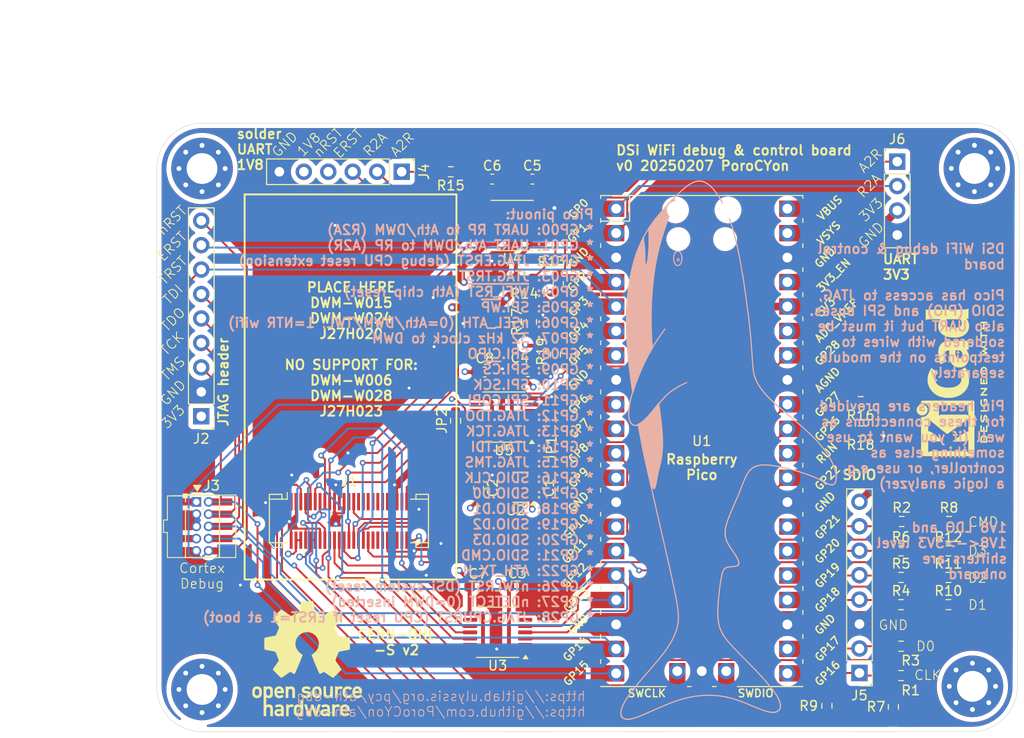
<source format=kicad_pcb>
(kicad_pcb (version 20240108) (generator "pcbnew") (generator_version "8.0")
  (title_block (title "ath-dbg") (date "2025-02-07") (rev "v0") (company "PoroCYon") (comment 1 "CERN OHL v2 strongly reciprocal"))
  (layers (0 "F.Cu" signal) (1 "In1.Cu" signal) (2 "In2.Cu" signal) (31 "B.Cu" signal) (34 "B.Paste" user) (35 "F.Paste" user) (36 "B.SilkS" user "B.Silkscreen") (37 "F.SilkS" user "F.Silkscreen") (38 "B.Mask" user) (39 "F.Mask" user) (44 "Edge.Cuts" user))
  (net 0 "")
  (net 1 "+3V3")
  (net 2 "GND")
  (net 3 "+1V8")
  (net 4 "MCLK")
  (net 5 "JTAG18.TDO")
  (net 6 "~{WIFI_RST}")
  (net 7 "BB_SLEEP")
  (net 8 "JTAG18.TCK")
  (net 9 "CMD")
  (net 10 "CIPO")
  (net 11 "D3")
  (net 12 "BB_SCS")
  (net 13 "TRCLK")
  (net 14 "RF_SLEEP")
  (net 15 "CLK")
  (net 16 "D0")
  (net 17 "DET_TWL")
  (net 18 "TXPE")
  (net 19 "BB_RF_SDO")
  (net 20 "BB_RF_SCK")
  (net 21 "~{SEL_ATH}_18")
  (net 22 "CLK32K_18")
  (net 23 "RXPE")
  (net 24 "~{CS}")
  (net 25 "CCA")
  (net 26 "TRRDY")
  (net 27 "JTAG18.~{TRST}")
  (net 28 "SCK")
  (net 29 "BB_RF_SDI")
  (net 30 "RF_SCS")
  (net 31 "~{WP}")
  (net 33 "~{TWLRST}")
  (net 34 "JTAG18.TDI")
  (net 35 "D2")
  (net 36 "COPI")
  (net 37 "TRDATA")
  (net 39 "ATH_TX_H")
  (net 40 "D1")
  (net 41 "JTAG18.ERST")
  (net 42 "JTAG33.ERST")
  (net 43 "JTAG33.~{TRST}")
  (net 44 "JTAG33.TDI")
  (net 45 "JTAG33.TDO")
  (net 46 "JTAG33.TCK")
  (net 47 "UART33.RP2ATH")
  (net 48 "UART33.ATH2RP")
  (net 49 "UART18.RP2ATH")
  (net 50 "UART18.ATH2RP")
  (net 51 "/CMD'")
  (net 52 "/CLK'")
  (net 53 "/D0'")
  (net 54 "/D1'")
  (net 55 "/D2'")
  (net 56 "/D3'")
  (net 64 "JTAG33.CPURST")
  (net 69 "JTAG18.CPURST")
  (net 76 "JTAG18.TMS")
  (net 77 "JTAG33.TMS")
  (net 80 "CLK32K_33")
  (net 81 "~{SEL_ATH}_33")
  (net 86 "Net-(JP1-B)")
  (net 87 "Net-(JP2-A)")
  (footprint "Resistor_SMD:R_0603_1608Metric_Pad0.98x0.95mm_HandSolder" (layer "F.Cu") (at 161.6945 92.71 180)
    (property "Reference" "R16")
    (property "Value" "47k")
  )
  (footprint "Resistor_SMD:R_0603_1608Metric" (layer "F.Cu") (at 165.9 108.204)
    (property "Reference" "R6")
    (property "Value" "22")
  )
  (footprint "Resistor_SMD:R_0603_1608Metric_Pad0.98x0.95mm_HandSolder" (layer "F.Cu") (at 170.8135 110.968)
    (property "Reference" "R11")
    (property "Value" "47k")
  )
  (footprint "Resistor_SMD:R_0603_1608Metric_Pad0.98x0.95mm_HandSolder" (layer "F.Cu") (at 126.8 79.9)
    (property "Reference" "R14")
    (property "Value" "47k")
  )
  (footprint "Resistor_SMD:R_0603_1608Metric_Pad0.98x0.95mm_HandSolder" (layer "F.Cu") (at 165.1 124.4 -90)
    (property "Reference" "R7")
    (property "Value" "47k")
  )
  (footprint "Connector_PinHeader_2.54mm:PinHeader_1x08_P2.54mm_Vertical" (layer "F.Cu") (at 161.576742 120.8895 180)
    (property "Reference" "J5")
    (property "Value" "Conn_01x08")
  )
  (footprint "Connector_PinHeader_2.54mm:PinHeader_1x06_P2.54mm_Vertical" (layer "F.Cu") (at 114.031 68.834 -90)
    (property "Reference" "J4")
    (property "Value" "Conn_01x05")
  )
  (footprint "Resistor_SMD:R_0603_1608Metric" (layer "F.Cu") (at 165.9 118.11)
    (property "Reference" "R3")
    (property "Value" "22")
  )
  (footprint "Capacitor_SMD:C_0603_1608Metric_Pad1.08x0.95mm_HandSolder" (layer "F.Cu") (at 127.1535 89.6)
    (property "Reference" "C4")
    (property "Value" "100n")
  )
  (footprint "Resistor_SMD:R_0603_1608Metric_Pad0.98x0.95mm_HandSolder" (layer "F.Cu") (at 130 87.8125 -90)
    (property "Reference" "R19")
    (property "Value" "47k")
  )
  (footprint "MountingHole:MountingHole_3.2mm_M3_Pad_Via" (layer "F.Cu") (at 93.298944 68.499056)
    (property "Reference" "H1" (hide yes))
    (property "Value" "MountingHole")
  )
  (footprint "Package_SO:TSSOP-14_4.4x5mm_P0.65mm" (layer "F.Cu") (at 125.506 74.4165 180)
    (property "Reference" "U4")
    (property "Value" "TXU0304")
  )
  (footprint "MountingHole:MountingHole_3.2mm_M3_Pad_Via" (layer "F.Cu") (at 173.516944 68.491056)
    (property "Reference" "H3" (hide yes))
    (property "Value" "MountingHole")
  )
  (footprint "Connector_PinHeader_1.27mm:PinHeader_2x05_P1.27mm_Vertical" (layer "F.Cu") (at 92.71 103.124)
    (property "Reference" "J3")
    (property "Value" "CortexDbgConn")
  )
  (footprint "Package_SO:TSSOP-14_4.4x5mm_P0.65mm" (layer "F.Cu") (at 124.657001 94.315501 180)
    (property "Reference" "U5")
    (property "Value" "TXU0304")
  )
  (footprint "Capacitor_SMD:C_0603_1608Metric_Pad1.08x0.95mm_HandSolder" (layer "F.Cu") (at 122.0205 101.6625 90)
    (property "Reference" "C2")
    (property "Value" "1u")
  )
  (footprint "Resistor_SMD:R_0603_1608Metric_Pad0.98x0.95mm_HandSolder" (layer "F.Cu") (at 170.8765 105.156)
    (property "Reference" "R8")
    (property "Value" "47k")
  )
  (footprint "Capacitor_SMD:C_0603_1608Metric_Pad1.08x0.95mm_HandSolder" (layer "F.Cu") (at 123.444 69.6)
    (property "Reference" "C6")
    (property "Value" "100n")
  )
  (footprint "Resistor_SMD:R_0603_1608Metric_Pad0.98x0.95mm_HandSolder" (layer "F.Cu") (at 119.126 68.834 180)
    (property "Reference" "R15")
    (property "Value" "47k")
  )
  (footprint "Resistor_SMD:R_0603_1608Metric_Pad0.98x0.95mm_HandSolder" (layer "F.Cu") (at 170.8135 113.792)
    (property "Reference" "R10")
    (property "Value" "47k")
  )
  (footprint "Resistor_SMD:R_0603_1608Metric" (layer "F.Cu") (at 165.9 110.968)
    (property "Reference" "R5")
    (property "Value" "22")
  )
  (footprint "Resistor_SMD:R_0603_1608Metric_Pad0.98x0.95mm_HandSolder" (layer "F.Cu") (at 158.2 124.3 -90)
    (property "Reference" "R9")
    (property "Value" "47k")
  )
  (footprint "Resistor_SMD:R_0603_1608Metric_Pad0.98x0.95mm_HandSolder" (layer "F.Cu") (at 119.634 94.695 90)
    (property "Reference" "JP2")
    (property "Value" "SolderJumper_2_Open")
  )
  (footprint "Resistor_SMD:R_0603_1608Metric_Pad0.98x0.95mm_HandSolder" (layer "F.Cu") (at 130.3 80.4875 90)
    (property "Reference" "R13")
    (property "Value" "47k")
  )
  (footprint "Resistor_SMD:R_0603_1608Metric" (layer "F.Cu") (at 165.9 113.792)
    (property "Reference" "R4")
    (property "Value" "22")
  )
  (footprint "MountingHole:MountingHole_3.2mm_M3_Pad_Via" (layer "F.Cu") (at 93.298944 122.601056)
    (property "Reference" "H2" (hide yes))
    (property "Value" "MountingHole")
  )
  (footprint "Connector_PinHeader_2.54mm:PinHeader_1x04_P2.54mm_Vertical" (layer "F.Cu") (at 165.5 67.78)
    (property "Reference" "J6")
    (property "Value" "Conn_01x04")
  )
  (footprint "Symbol:OSHW-Logo_11.4x12mm_SilkScreen" (layer "F.Cu") (at 104.2 119.4)
    (property "Reference" "REF**" (hide yes))
    (property "Value" "OSHW-Logo_11.4x12mm_SilkScreen" (hide yes))
  )
  (footprint "Connector_Molex:Molex_SlimStack_52991-0508_2x25_P0.50mm_Vertical" (layer "F.Cu") (at 108.554 105.098)
    (property "Reference" "J1")
    (property "Value" "TWL_WifiConn_Rcpt")
  )
  (footprint "Resistor_SMD:R_0603_1608Metric_Pad0.98x0.95mm_HandSolder" (layer "F.Cu") (at 161.6945 95.758 180)
    (property "Reference" "R18")
    (property "Value" "47k")
  )
  (footprint "MountingHole:MountingHole_3.2mm_M3_Pad_Via" (layer "F.Cu") (at 173.308944 122.277654)
    (property "Reference" "H4" (hide yes))
    (property "Value" "MountingHole")
  )
  (footprint "Capacitor_SMD:C_0603_1608Metric_Pad1.08x0.95mm_HandSolder" (layer "F.Cu") (at 127.6085 69.6)
    (property "Reference" "C5")
    (property "Value" "100n")
  )
  (footprint "Resistor_SMD:R_0603_1608Metric" (layer "F.Cu") (at 165.963 105.156)
    (property "Reference" "R2")
    (property "Value" "22")
  )
  (footprint "Resistor_SMD:R_0603_1608Metric_Pad0.98x0.95mm_HandSolder" (layer "F.Cu") (at 127.508 84.4315 -90)
    (property "Reference" "R17")
    (property "Value" "47k")
  )
  (footprint "Resistor_SMD:R_0603_1608Metric_Pad0.98x0.95mm_HandSolder" (layer "F.Cu") (at 129.54 94.5915 -90)
    (property "Reference" "JP1")
    (property "Value" "SolderJumper_2_Open")
  )
  (footprint "Capacitor_SMD:C_0603_1608Metric_Pad1.08x0.95mm_HandSolder" (layer "F.Cu") (at 126.0375 111.9)
    (property "Reference" "C3")
    (property "Value" "100n")
  )
  (footprint "Resistor_SMD:R_0603_1608Metric" (layer "F.Cu") (at 165.9 121.158)
    (property "Reference" "R1")
    (property "Value" "22")
  )
  (footprint "Capacitor_SMD:C_0603_1608Metric_Pad1.08x0.95mm_HandSolder" (layer "F.Cu") (at 122.657001 89.636501)
    (property "Reference" "C8")
    (property "Value" "100n")
  )
  (footprint "Capacitor_SMD:C_0603_1608Metric_Pad1.08x0.95mm_HandSolder" (layer "F.Cu") (at 121.945499 111.954)
    (property "Reference" "C7")
    (property "Value" "100n")
  )
  (footprint "Connector_PinHeader_1.27mm:PinHeader_2x05_P1.27mm_Vertical_SMD" (layer "F.Cu") (at 93.3 105.664)
    (property "Reference" "J10" (hide yes))
    (property "Value" "CortexDbgConn SMD")
  )
  (footprint "Package_SO:TSSOP-14_4.4x5mm_P0.65mm" (layer "F.Cu") (at 123.999001 116.668 180)
    (property "Reference" "U3")
    (property "Value" "TXU0304")
  )
  (footprint "Package_TO_SOT_SMD:SOT-23-5" (layer "F.Cu") (at 126.3705 101.6 180)
    (property "Reference" "U2")
    (property "Value" "TLV70018DDC")
  )
  (footprint "Connector_PinHeader_2.54mm:PinHeader_1x09_P2.54mm_Vertical" (layer "F.Cu") (at 93.218 94.234 180)
    (property "Reference" "J2")
    (property "Value" "Conn_01x09")
  )
  (footprint "Capacitor_SMD:C_0603_1608Metric_Pad1.08x0.95mm_HandSolder" (layer "F.Cu") (at 130.7705 101.6625 90)
    (property "Reference" "C1")
    (property "Value" "1u")
  )
  (footprint "MCU_RaspberryPi_and_Boards:RPi_Pico_SMD_TH" (layer "F.Cu") (at 145.1975 96.8)
    (property "Reference" "U1")
    (property "Value" "Pico")
  )
  (footprint "Symbol:KiCad-Logo2_6mm_SilkScreen" (layer "F.Cu") (at 170.5 90.707487 90)
    (property "Reference" "REF**" (hide yes))
    (property "Value" "KiCad-Logo2_6mm_SilkScreen" (hide yes))
  )
  (footprint "Resistor_SMD:R_0603_1608Metric_Pad0.98x0.95mm_HandSolder" (layer "F.Cu") (at 170.8135 108.204)
    (property "Reference" "R12")
    (property "Value" "47k")
  )
  (footprint "Symbol:Smolhaj_Scale_0.1" (layer "B.Cu") (at 144.9 69.8 90)
    (property "Reference" "REF**" (hide yes))
    (property "Value" "Smolhaj_Scale_0.1")
  )
  (gr_line (start 96.8 108.9) (end 95.11 108.899) (stroke (width 0.1)) (layer "F.SilkS"))
  (gr_line (start 96.8 102.4) (end 96.8 108.9) (stroke (width 0.1)) (layer "F.SilkS"))
  (gr_line (start 89.7 102.5) (end 89.7 105) (stroke (width 0.1)) (layer "F.SilkS"))
  (gr_line (start 89.7 106.3) (end 89.3 106.3) (stroke (width 0.1)) (layer "F.SilkS"))
  (gr_line (start 90.21 102.494) (end 89.7 102.5) (stroke (width 0.1)) (layer "F.SilkS"))
  (gr_line (start 89.3 105) (end 89.7 105) (stroke (width 0.1)) (layer "F.SilkS"))
  (gr_line (start 89.7 108.9) (end 91.7 108.9) (stroke (width 0.1)) (layer "F.SilkS"))
  (gr_poly (pts (xy 92.8 102) (xy 93.2 101.4) (xy 92.4 101.4)) (stroke (width 0.1)) (fill solid) (layer "F.SilkS"))
  (gr_line (start 89.3 106.3) (end 89.3 105) (stroke (width 0.1)) (layer "F.SilkS"))
  (gr_rect (start 97.722 71.186) (end 119.722 111.186) (stroke (width 0.2)) (fill none) (layer "F.SilkS"))
  (gr_line (start 96.8 102.4) (end 95.11 102.429) (stroke (width 0.1)) (layer "F.SilkS"))
  (gr_line (start 89.7 106.3) (end 89.7 108.9) (stroke (width 0.1)) (layer "F.SilkS"))
  (gr_arc (start 93.3 127) (mid 89.976598 125.623402) (end 88.6 122.3) (stroke (width 0.05)) (layer "Edge.Cuts"))
  (gr_arc (start 88.6 68.5) (mid 89.976598 65.176598) (end 93.3 63.8) (stroke (width 0.05)) (layer "Edge.Cuts"))
  (gr_arc (start 177.976598 122.276598) (mid 176.6 125.6) (end 173.276598 126.976598) (stroke (width 0.05)) (layer "Edge.Cuts"))
  (gr_line (start 173.5 63.8) (end 93.3 63.8) (stroke (width 0.05)) (layer "Edge.Cuts"))
  (gr_line (start 88.6 68.5) (end 88.6 122.3) (stroke (width 0.05)) (layer "Edge.Cuts"))
  (gr_arc (start 173.5 63.8) (mid 176.823402 65.176598) (end 178.2 68.5) (stroke (width 0.05)) (layer "Edge.Cuts"))
  (gr_line (start 93.3 127) (end 173.276598 126.976598) (stroke (width 0.05)) (layer "Edge.Cuts"))
  (gr_line (start 177.976598 122.276598) (end 178.2 68.5) (stroke (width 0.05)) (layer "Edge.Cuts"))
  (gr_text "Pico pinout:\n* GP00: UART RP to Ath/DWM (R2A)\n* GP01: UART Ath/DWM to RP (A2R)\n* GP02: JTAG.ERST (debug CPU reset extension)\n* GP03: JTAG.TRST\n* GP04: ~{WIFI_RST} (Ath chip reset)\n* GP05: SPI.~{WP}\n* GP06: nSEL_ATH (0=Ath/DWM/TWL, 1=NTR wifi)\n* GP07: 32 kHz clock to DWM\n* GP08: SPI.CIPO\n* GP09: SPI.~{CS}\n* GP10: SPI.SCK\n* GP11: SPI.COPI\n* GP12: JTAG.TDO\n* GP13: JTAG.TCK\n* GP14: JTAG.TDI\n* GP15: JTAG.TMS\n* GP16: SDIO.CLK\n* GP17: SDIO.D0\n* GP18: SDIO.D1\n* GP19: SDIO.D2\n* GP20: SDIO.D3\n* GP21: SDIO.CMD\n* GP22: ATH_TX_H\n* GP26: nTWLRST (DSi system reset)\n* GP27: nDETECT (0=DWM inserted)\n* GP28: JTAG.CPURST (CPU reset if ERST=1 at boot)" (at 134.1 115.7 0) (layer "B.SilkS") (effects (font (size 1 1) (thickness 0.2) (bold yes)) (justify left bottom mirror)))
  (gr_text "1V8 LDO and\n1V8<->3V3 level\nshifters are\nonboard" (at 177 111.2 0) (layer "B.SilkS") (effects (font (size 1 1) (thickness 0.2) (bold yes)) (justify left bottom mirror)))
  (gr_text "https://gitlab.ulyssis.org/pcy/ath-dbg\nhttps://github.com/PoroCYon/ath-dbg" (at 133.2 125.5 -0) (layer "B.SilkS") (effects (font (size 1 1) (thickness 0.1)) (justify left bottom mirror)))
  (gr_text "Pin headers are provided\nfor these connections as\nwell (if you want to use\nsomething else as\ncontroller, or use e.g.\na logic analyzer)" (at 176.8 101.8 0) (layer "B.SilkS") (effects (font (size 1 1) (thickness 0.2) (bold yes)) (justify left bottom mirror)))
  (gr_text "DSi WiFi debug & control\nboard\n\nPico has access to JTAG,\nSDIO (PIO) and SPI buses.\nalso UART but it must be\nsoldered with wires to\ntestpoints on the module\nseparately" (at 176.8 90.3 0) (layer "B.SilkS") (effects (font (size 1 1) (thickness 0.2) (bold yes)) (justify left bottom mirror)))
  (gr_text "nRST" (at 106.8 66.2 45) (layer "F.SilkS") (effects (font (size 1 1) (thickness 0.1)) (justify bottom)))
  (gr_text "1V8" (at 104.8 66.4 45) (layer "F.SilkS") (effects (font (size 1 1) (thickness 0.1)) (justify bottom)))
  (gr_text "CERN-OHL\n-S v2" (at 113.5 119.1 0) (layer "F.SilkS") (effects (font (size 1 1) (thickness 0.2) (bold yes)) (justify bottom)))
  (gr_text "GND" (at 163.5 116.5 0) (layer "F.SilkS") (effects (font (size 1 1) (thickness 0.1)) (justify left bottom)))
  (gr_text "nRST" (at 90.6 74.3 45) (layer "F.SilkS") (effects (font (size 1 1) (thickness 0.1)) (justify bottom)))
  (gr_text "R2A" (at 111.7 66.4 45) (layer "F.SilkS") (effects (font (size 1 1) (thickness 0.1)) (justify bottom)))
  (gr_text "JTAG header" (at 96.1 95.4 90) (layer "F.SilkS") (effects (font (size 1 1) (thickness 0.2) (bold yes)) (justify left bottom)))
  (gr_text "ERST" (at 108.9 66.3 45) (layer "F.SilkS") (effects (font (size 1 1) (thickness 0.1)) (justify bottom)))
  (gr_text "3V3" (at 90.7 94.7 45) (layer "F.SilkS") (effects (font (size 1 1) (thickness 0.1)) (justify bottom)))
  (gr_text "ERST" (at 90.6 77 45) (layer "F.SilkS") (effects (font (size 1 1) (thickness 0.1)) (justify bottom)))
  (gr_text "SDIO" (at 159.7 100.9 0) (layer "F.SilkS") (effects (font (size 1 1) (thickness 0.2) (bold yes)) (justify left bottom)))
  (gr_text "D3" (at 172.8 108.8 0) (layer "F.SilkS") (effects (font (size 1 1) (thickness 0.1)) (justify left bottom)))
  (gr_text "Raspberry\nPico" (at 145.2 100.9 0) (layer "F.SilkS") (effects (font (size 1 1) (thickness 0.2) (bold yes)) (justify bottom)))
  (gr_text "D1" (at 172.8 114.4 0) (layer "F.SilkS") (effects (font (size 1 1) (thickness 0.1)) (justify left bottom)))
  (gr_text "TCK" (at 90.6 87.1 45) (layer "F.SilkS") (effects (font (size 1 1) (thickness 0.1)) (justify bottom)))
  (gr_text "solder\nUART\n1V8" (at 96.8 68.7 0) (layer "F.SilkS") (effects (font (size 1 1) (thickness 0.2) (bold yes)) (justify left bottom)))
  (gr_text "D2" (at 172.8 111.6 0) (layer "F.SilkS") (effects (font (size 1 1) (thickness 0.1)) (justify left bottom)))
  (gr_text "CMD" (at 172.8 105.8 0) (layer "F.SilkS") (effects (font (size 1 1) (thickness 0.1)) (justify left bottom)))
  (gr_text "3V3" (at 163.2 73.2 45) (layer "F.SilkS") (effects (font (size 1 1) (thickness 0.1)) (justify bottom)))
  (gr_text "TRST" (at 90.7 79.5 45) (layer "F.SilkS") (effects (font (size 1 1) (thickness 0.1)) (justify bottom)))
  (gr_text "R2A" (at 163 70.7 45) (layer "F.SilkS") (effects (font (size 1 1) (thickness 0.1)) (justify bottom)))
  (gr_text "PLACE HERE\nDWM-W015\nDWM-W024\nJ27H020\n\nNO SUPPORT FOR:\nDWM-W006\nDWM-W028\nJ27H023" (at 108.8 94.3 0) (layer "F.SilkS") (effects (font (size 1 1) (thickness 0.2) (bold yes)) (justify bottom)))
  (gr_text "Cortex\nDebug" (at 93.3 112.2 0) (layer "F.SilkS") (effects (font (size 1 1) (thickness 0.1)) (justify bottom)))
  (gr_text "TDO" (at 90.7 84.6 45) (layer "F.SilkS") (effects (font (size 1 1) (thickness 0.1)) (justify bottom)))
  (gr_text "A2R" (at 163.1 68.1 45) (layer "F.SilkS") (effects (font (size 1 1) (thickness 0.1)) (justify bottom)))
  (gr_text "CLK" (at 167.2 121.7 0) (layer "F.SilkS") (effects (font (size 1 1) (thickness 0.1)) (justify left bottom)))
  (gr_text "DSi WiFi debug & control board\nv0 20250207 PoroCYon" (at 136.2 68.8 0) (layer "F.SilkS") (effects (font (size 1 1) (thickness 0.2) (bold yes)) (justify left bottom)))
  (gr_text "GND" (at 102.3 66.4 45) (layer "F.SilkS") (effects (font (size 1 1) (thickness 0.1)) (justify bottom)))
  (gr_text "TMS" (at 90.7 89.7 45) (layer "F.SilkS") (effects (font (size 1 1) (thickness 0.1)) (justify bottom)))
  (gr_text "A2R" (at 114.5 66.4 45) (layer "F.SilkS") (effects (font (size 1 1) (thickness 0.1)) (justify bottom)))
  (gr_text "TDI" (at 90.7 82 45) (layer "F.SilkS") (effects (font (size 1 1) (thickness 0.1)) (justify bottom)))
  (gr_text "GND" (at 163.2 75.8 45) (layer "F.SilkS") (effects (font (size 1 1) (thickness 0.1)) (justify bottom)))
  (gr_text "UART\n3V3" (at 163.9 80.1 0) (layer "F.SilkS") (effects (font (size 1 1) (thickness 0.2) (bold yes)) (justify left bottom)))
  (gr_text "D0" (at 167.4 118.7 0) (layer "F.SilkS") (effects (font (size 1 1) (thickness 0.1)) (justify left bottom)))
  (gr_text "GND" (at 90.7 92.2 45) (layer "F.SilkS") (effects (font (size 1 1) (thickness 0.1)) (justify bottom)))
  (segment (start 104.554 108.248) (end 103.963 108.839) (width 0.2) (layer "F.Cu") (net 1))
  (segment (start 171.789 101.892) (end 171.789 105.156) (width 0.8) (layer "F.Cu") (net 1))
  (segment (start 127.552311 76.347689) (end 126.746 75.541378) (width 0.4) (layer "F.Cu") (net 1))
  (segment (start 125.8875 78.0125) (end 127.552311 76.347689) (width 0.4) (layer "F.Cu") (net 1))
  (segment (start 168.3 117.218) (end 171.726 113.792) (width 0.8) (layer "F.Cu") (net 1))
  (segment (start 130 86.9) (end 126.973 86.9) (width 0.4) (layer "F.Cu") (net 1))
  (segment (start 165.575 125.3125) (end 168.3 122.5875) (width 0.8) (layer "F.Cu") (net 1))
  (segment (start 127.508 102.55) (end 127.508 103.794) (width 0.4) (layer "F.Cu") (net 1))
  (segment (start 165.1 125.3125) (end 158.3 125.3125) (width 0.8) (layer "F.Cu") (net 1))
  (segment (start 126.4455 101.05) (end 126.8455 100.65) (width 0.4) (layer "F.Cu") (net 1))
  (segment (start 123.969 82.931) (end 125.8875 81.0125) (width 0.8) (layer "F.Cu") (net 1))
  (segment (start 119.253 82.931) (end 123.969 82.931) (width 0.8) (layer "F.Cu") (net 1))
  (segment (start 156.2475 82.83) (end 162.607 89.1895) (width 0.8) (layer "F.Cu") (net 1))
  (segment (start 154.0875 82.83) (end 156.67 82.83) (width 0.8) (layer "F.Cu") (net 1))
  (segment (start 171.789 105.156) (end 171.789 113.729) (width 0.8) (layer "F.Cu") (net 1))
  (segment (start 162.607 92.71) (end 167.3485 97.4515) (width 0.8) (layer "F.Cu") (net 1))
  (segment (start 139.05 82.83) (end 137.8 81.58) (width 0.8) (layer "F.Cu") (net 1))
  (segment (start 126.388001 96.265501) (end 125.476 95.3535) (width 0.4) (layer "F.Cu") (net 1))
  (segment (start 126.861501 118.618) (end 125.6145 118.618) (width 0.4) (layer "F.Cu") (net 1))
  (segment (start 128.3685 76.3665) (end 127.571122 76.3665) (width 0.4) (layer "F.Cu") (net 1))
  (segment (start 167.234742 97.4515) (end 161.576742 103.1095) (width 0.8) (layer "F.Cu") (net 1))
  (segment (start 126.291 89.6) (end 126.291 89.791) (width 0.4) (layer "F.Cu") (net 1))
  (segment (start 104.554 107.098) (end 104.554 108.248) (width 0.2) (layer "F.Cu") (net 1))
  (segment (start 126.845501 102.55) (end 126.4455 102.149999) (width 0.4) (layer "F.Cu") (net 1))
  (segment (start 127.571122 76.3665) (end 127.552311 76.347689) (width 0.4) (layer "F.Cu") (net 1))
  (segment (start 171.789 113.729) (end 171.726 113.792) (width 0.8) (layer "F.Cu") (net 1))
  (segment (start 158.3 125.3125) (end 158.2 125.2125) (width 0.8) (layer "F.Cu") (net 1))
  (segment (start 119.284 82.9) (end 119.253 82.931) (width 0.8) (layer "F.Cu") (net 1))
  (segment (start 127.508 102.55) (end 130.7455 102.55) (width 0.4) (layer "F.Cu") (net 1))
  (segment (start 126.8455 100.65) (end 127.508 100.65) (width 0.4) (layer "F.Cu") (net 1))
  (segment (start 165.1 125.3125) (end 165.575 125.3125) (width 0.8) (layer "F.Cu") (net 1))
  (segment (start 126.973 86.9) (end 126.873 86.8) (width 0.4) (layer "F.Cu") (net 1))
  (segment (start 159.4 80.1) (end 159.4 78.96) (width 0.8) (layer "F.Cu") (net 1))
  (segment (start 126.2 89.6) (end 126.291 89.6) (width 0.4) (layer "F.Cu") (net 1))
  (segment (start 125.8875 79.9) (end 125.8875 78.0125) (width 0.4) (layer "F.Cu") (net 1))
  (segment (start 167.3485 97.4515) (end 171.789 101.892) (width 0.8) (layer "F.Cu") (net 1))
  (segment (start 124 82.9) (end 119.284 82.9) (width 0.8) (layer "F.Cu") (net 1))
  (segment (start 125.175 111.9) (end 124.6 111.9) (width 0.4) (layer "F.Cu") (net 1))
  (segment (start 124.6 111.9) (end 124.079 111.379) (width 0.4) (layer "F.Cu") (net 1))
  (segment (start 125.476 90.324) (end 126.2 89.6) (width 0.4) (layer "F.Cu") (net 1))
  (segment (start 125.8875 81.0125) (end 125.8875 79.9) (width 0.8) (layer "F.Cu") (net 1))
  (segment (start 125.175 118.1785) (end 125.175 111.9) (width 0.4) (layer "F.Cu") (net 1))
  (segment (start 126.291 89.791) (end 127.7 91.2) (width 0.4) (layer "F.Cu") (net 1))
  (segment (start 133.2 81.58) (end 137.8 81.58) (width 0.4) (layer "F.Cu") (net 1))
  (segment (start 125.6145 118.618) (end 125.175 118.1785) (width 0.4) (layer "F.Cu") (net 1))
  (segment (start 159.4 78.96) (end 165.5 72.86) (width 0.8) (layer "F.Cu") (net 1))
  (segment (start 154.0875 82.83) (end 139.05 82.83) (width 0.8) (layer "F.Cu") (net 1))
  (segment (start 168.3 122.5875) (end 168.3 117.218) (width 0.8) (layer "F.Cu") (net 1))
  (segment (start 167.3485 97.4515) (end 167.234742 97.4515) (width 0.8) (layer "F.Cu") (net 1))
  (segment (start 162.607 89.1895) (end 162.607 92.71) (width 0.8) (layer "F.Cu") (net 1))
  (segment (start 126.746 69.6) (end 126.746 75.541378) (width 0.4) (layer "F.Cu") (net 1))
  (segment (start 127.508 103.794) (end 127.6 103.886) (width 0.4) (layer "F.Cu") (net 1))
  (segment (start 130.3 81.4) (end 133.02 81.4) (width 0.8) (layer "F.Cu") (net 1))
  (segment (start 130.3 81.4) (end 129.5 81.4) (width 0.8) (layer "F.Cu") (net 1))
  (segment (start 127.519501 96.265501) (end 126.388001 96.265501) (width 0.4) (layer "F.Cu") (net 1))
  (segment (start 133.02 81.4) (end 133.2 81.58) (width 0.8) (layer "F.Cu") (net 1))
  (segment (start 156.67 82.83) (end 159.4 80.1) (width 0.8) (layer "F.Cu") (net 1))
  (segment (start 126.4455 102.149999) (end 126.4455 101.05) (width 0.4) (layer "F.Cu") (net 1))
  (segment (start 103.963 108.839) (end 103.436 108.839) (width 0.2) (layer "F.Cu") (net 1))
  (segment (start 105.054 107.098) (end 104.554 107.098) (width 0.2) (layer "F.Cu") (net 1))
  (segment (start 125.476 95.3535) (end 125.476 90.324) (width 0.4) (layer "F.Cu") (net 1))
  (segment (start 127.508 102.55) (end 126.845501 102.55) (width 0.4) (layer "F.Cu") (net 1))
  (via (at 127.6 103.886) (size 0.7) (drill 0.4) (layers "F.Cu" "B.Cu") (net 1))
  (via (at 129.4 81.3) (size 0.6) (drill 0.3) (layers "F.Cu" "B.Cu") (net 1))
  (via (at 126.873 86.8) (size 0.7) (drill 0.4) (layers "F.Cu" "B.Cu") (net 1))
  (via (at 124.079 111.379) (size 0.7) (drill 0.4) (layers "F.Cu" "B.Cu") (net 1))
  (via (at 127.7 91.2) (size 0.7) (drill 0.4) (layers "F.Cu" "B.Cu") (net 1))
  (via (at 124.9 82) (size 0.7) (drill 0.4) (layers "F.Cu" "B.Cu") (net 1))
  (via (at 103.436 108.839) (size 0.7) (drill 0.4) (layers "F.Cu" "B.Cu") (net 1))
  (via (at 119.253 82.931) (size 0.7) (drill 0.4) (layers "F.Cu" "B.Cu") (net 1))
  (segment (start 112.604 108.298) (end 115.222 108.298) (width 0.2) (layer "F.Cu") (net 2))
  (segment (start 107.054 101.48) (end 107.188 101.346) (width 0.2) (layer "F.Cu") (net 2))
  (segment (start 103.054 105.828) (end 103.124 105.898) (width 0.2) (layer "F.Cu") (net 2))
  (segment (start 102.362 105.656) (end 102.362 105.156) (width 0.2) (layer "F.Cu") (net 2))
  (segment (start 127.141 88.725) (end 128.016 89.6) (width 0.4) (layer "F.Cu") (net 2))
  (segment (start 102.604 105.898) (end 102.453 105.747) (width 0.2) (layer "F.Cu") (net 2))
  (segment (start 102.453 105.747) (end 102.504 105.798) (width 0.4) (layer "F.Cu") (net 2))
  (segment (start 112.554 108.248) (end 112.604 108.298) (width 0.2) (layer "F.Cu") (net 2))
  (segment (start 128.18 114.718) (end 128.778 115.316) (width 0.4) (layer "F.Cu") (net 2))
  (segment (start 129.1 92.202) (end 129.598 92.202) (width 0.4) (layer "F.Cu") (net 2))
  (segment (start 124.431002 88.725) (end 127.141 88.725) (width 0.4) (layer "F.Cu") (net 2))
  (segment (start 104.104 105.898) (end 104.054 105.948) (width 0.2) (layer "F.Cu") (net 2))
  (segment (start 107.054 104.248) (end 107.054 104.2) (width 0.2) (layer "F.Cu") (net 2))
  (segment (start 113.554 103.098) (end 113.554 101.616) (width 0.2) (layer "F.Cu") (net 2))
  (segment (start 105.554 105.948) (end 105.504 105.898) (width 0.2) (layer "F.Cu") (net 2))
  (segment (start 107.054 104.2) (end 107.054 103.098) (width 0.2) (layer "F.Cu") (net 2))
  (segment (start 127.519501 92.365501) (end 128.936499 92.365501) (width 0.4) (layer "F.Cu") (net 2))
  (segment (start 108.004 104.298) (end 107.104 104.298) (width 0.2) (layer "F.Cu") (net 2))
  (segment (start 102.453 105.747) (end 102.362 105.656) (width 0.2) (layer "F.Cu") (net 2))
  (segment (start 102.604 105.898) (end 103.124 105.898) (width 0.2) (layer "F.Cu") (net 2))
  (segment (start 123.519501 89.636501) (end 124.431002 88.725) (width 0.4) (layer "F.Cu") (net 2))
  (segment (start 105.554 107.098) (end 105.554 105.948) (width 0.2) (layer "F.Cu") (net 2))
  (segment (start 104.394 105.898) (end 104.104 105.898) (width 0.2) (layer "F.Cu") (net 2))
  (segment (start 115.222 108.298) (end 115.316 108.204) (width 0.2) (layer "F.Cu") (net 2))
  (segment (start 128.3685 72.4665) (end 129.7665 72.4665) (width 0.4) (layer "F.Cu") (net 2))
  (segment (start 128.936499 92.365501) (end 129.1 92.202) (width 0.4) (layer "F.Cu") (net 2))
  (segment (start 104.054 105.948) (end 104.054 107.098) (width 0.2) (layer "F.Cu") (net 2))
  (segment (start 108.054 103.098) (end 108.054 104.248) (width 0.2) (layer "F.Cu") (net 2))
  (segment (start 129.7665 72.4665) (end 129.9 72.6) (width 0.4) (layer "F.Cu") (net 2))
  (segment (start 102.504 105.798) (end 103.054 105.798) (width 0.4) (layer "F.Cu") (net 2))
  (segment (start 102.554 107.098) (end 102.554 105.948) (width 0.2) (layer "F.Cu") (net 2))
  (segment (start 107.054 103.098) (end 107.054 101.48) (width 0.2) (layer "F.Cu") (net 2))
  (segment (start 105.504 105.898) (end 104.394 105.898) (width 0.2) (layer "F.Cu") (net 2))
  (segment (start 107.188 104.51) (end 107.054 104.376) (width 0.4) (layer "F.Cu") (net 2))
  (segment (start 129.598 92.202) (end 129.6 92.2) (width 0.4) (layer "F.Cu") (net 2))
  (segment (start 113.554 101.616) (end 113.284 101.346) (width 0.2) (layer "F.Cu") (net 2))
  (segment (start 107.104 104.298) (end 107.054 104.248) (width 0.2) (layer "F.Cu") (net 2))
  (segment (start 102.554 105.948) (end 102.604 105.898) (width 0.2) (layer "F.Cu") (net 2))
  (segment (start 112.554 107.098) (end 112.554 108.248) (width 0.2) (layer "F.Cu") (net 2))
  (segment (start 103.054 103.098) (end 103.054 105.828) (width 0.2) (layer "F.Cu") (net 2))
  (segment (start 107.054 104.376) (end 107.054 104.2) (width 0.4) (layer "F.Cu") (net 2))
  (segment (start 126.861501 114.718) (end 128.18 114.718) (width 0.4) (layer "F.Cu") (net 2))
  (segment (start 108.054 104.248) (end 108.004 104.298) (width 0.2) (layer "F.Cu") (net 2))
  (segment (start 107.188 105.41) (end 107.188 104.51) (width 0.4) (layer "F.Cu") (net 2))
  (segment (start 103.124 105.898) (end 104.394 105.898) (width 0.2) (layer "F.Cu") (net 2))
  (via (at 114.8 91.3) (size 0.6) (drill 0.3) (layers "F.Cu" "B.Cu") (net 2))
  (via (at 129.6 92.2) (size 0.6) (drill 0.3) (layers "F.Cu" "B.Cu") (net 2))
  (via (at 102.362 105.156) (size 0.6) (drill 0.3) (layers "F.Cu" "B.Cu") (net 2))
  (via (at 128.7 83.7) (size 0.6) (drill 0.3) (layers "F.Cu" "B.Cu") (net 2))
  (via (at 117.4 87) (size 0.6) (drill 0.3) (layers "F.Cu" "B.Cu") (net 2))
  (via (at 129.5 90.1) (size 0.6) (drill 0.3) (layers "F.Cu" "B.Cu") (net 2))
  (via (at 123.4 78.1) (size 0.6) (drill 0.3) (layers "F.Cu" "B.Cu") (net 2))
  (via (at 107.188 101.346) (size 0.6) (drill 0.3) (layers "F.Cu" "B.Cu") (net 2))
  (via (at 117.3 81.9) (size 0.6) (drill 0.3) (layers "F.Cu" "B.Cu") (net 2))
  (via (at 123.9 118.4) (size 0.6) (drill 0.3) (layers "F.Cu" "B.Cu") (net 2))
  (via (at 99.9 103.2) (size 0.6) (drill 0.3) (layers "F.Cu" "B.Cu") (net 2))
  (via (at 129.9 72.6) (size 0.7) (drill 0.4) (layers "F.Cu" "B.Cu") (net 2))
  (via (at 123.444 100.33) (size 0.6) (drill 0.3) (layers "F.Cu" "B.Cu") (net 2))
  (via (at 116.586 110.744) (size 0.6) (drill 0.3) (layers "F.Cu" "B.Cu") (net 2))
  (via (at 97.282 111.76) (size 0.6) (drill 0.3) (layers "F.Cu" "B.Cu") (net 2))
  (via (at 113.284 101.346) (size 0.6) (drill 0.3) (layers "F.Cu" "B.Cu") (net 2))
  (via (at 108.458 98.044) (size 0.6) (drill 0.3) (layers "F.Cu" "B.Cu") (net 2))
  (via (at 107.1 74.4) (size 0.6) (drill 0.3) (layers "F.Cu" "B.Cu") (net 2))
  (via (at 102.616 100.33) (size 0.6) (drill 0.3) (layers "F.Cu" "B.Cu") (net 2))
  (via (at 115.316 108.204) (size 0.6) (drill 0.3) (layers "F.Cu" "B.Cu") (net 2))
  (via (at 118.11 107.442) (size 0.6) (drill 0.3) (layers "F.Cu" "B.Cu") (net 2))
  (via (at 128.778 115.316) (size 0.6) (drill 0.3) (layers "F.Cu" "B.Cu") (net 2))
  (via (at 120.4 84.6) (size 0.6) (drill 0.3) (layers "F.Cu" "B.Cu") (net 2))
  (via (at 124.5 89.3) (size 0.6) (drill 0.3) (layers "F.Cu" "B.Cu") (net 2))
  (via (at 115.824 103.886) (size 0.6) (drill 0.3) (layers "F.Cu" "B.Cu") (net 2))
  (via (at 164.1 96.3) (size 0.6) (drill 0.3) (layers "F.Cu" "B.Cu") (net 2))
  (via (at 107.188 105.41) (size 0.6) (drill 0.3) (layers "F.Cu" "B.Cu") (net 2))
  (segment (start 121.082999 114.664498) (end 121.136501 114.718) (width 0.4) (layer "F.Cu") (net 3))
  (segment (start 122.6435 76.3665) (end 123.8465 76.3665) (width 0.4) (layer "F.Cu") (net 3))
  (segment (start 123.952 72.4665) (end 124.2365 72.751) (width 0.4) (layer "F.Cu") (net 3))
  (segment (start 120.2 80) (end 120.5 80.3) (width 0.8) (layer "F.Cu") (net 3))
  (segment (start 121.794501 90.805) (end 121.794501 89.636501) (width 0.4) (layer "F.Cu") (net 3))
  (segment (start 121.136501 114.718) (end 122.4765 114.718) (width 0.4) (layer "F.Cu") (net 3))
  (segment (start 122.5815 72.4045) (end 122.6435 72.4665) (width 0.4) (layer "F.Cu") (net 3))
  (segment (start 120.0385 68.834) (end 121.8155 68.834) (width 0.4) (layer "F.Cu") (net 3))
  (segment (start 121.082999 111.954) (end 121.082999 111.303999) (width 0.4) (layer "F.Cu") (net 3))
  (segment (start 103.054 108.248) (end 102.775999 108.526001) (width 0.2) (layer "F.Cu") (net 3))
  (segment (start 122.0205 102.525) (end 125.208 102.525) (width 0.4) (layer "F.Cu") (net 3))
  (segment (start 122.0205 102.525) (end 122.0205 102.8965) (width 0.4) (layer "F.Cu") (net 3))
  (segment (start 103.554 107.098) (end 103.054 107.098) (width 0.2) (layer "F.Cu") (net 3))
  (segment (start 121.082999 111.954) (end 121.082999 114.664498) (width 0.4) (layer "F.Cu") (net 3))
  (segment (start 123.4205 95.885) (end 123.4205 92.79) (width 0.4) (layer "F.Cu") (net 3))
  (segment (start 121.794501 89.636501) (end 120.636501 89.636501) (width 0.4) (layer "F.Cu") (net 3))
  (segment (start 122.6435 72.4665) (end 123.952 72.4665) (width 0.4) (layer "F.Cu") (net 3))
  (segment (start 121.794501 90.805) (end 121.794501 92.365501) (width 0.4) (layer "F.Cu") (net 3))
  (segment (start 124.2365 72.751) (end 124.2365 75.9765) (width 0.4) (layer "F.Cu") (net 3))
  (segment (start 121.136501 118.618) (end 122.174 118.618) (width 0.4) (layer "F.Cu") (net 3))
  (segment (start 123.4205 92.79) (end 122.996001 92.365501) (width 0.4) (layer "F.Cu") (net 3))
  (segment (start 121.082999 111.303999) (end 120.015 110.236) (width 0.4) (layer "F.Cu") (net 3))
  (segment (start 122.4935 76.5165) (end 120.2 78.81) (width 0.8) (layer "F.Cu") (net 3))
  (segment (start 121.794501 92.365501) (end 122.996001 92.365501) (width 0.4) (layer "F.Cu") (net 3))
  (segment (start 122.5815 69.6) (end 122.5815 72.4045) (width 0.4) (layer "F.Cu") (net 3))
  (segment (start 121.8155 68.834) (end 122.5815 69.6) (width 0.4) (layer "F.Cu") (net 3))
  (segment (start 121.794501 96.265501) (end 123.039999 96.265501) (width 0.4) (layer "F.Cu") (net 3))
  (segment (start 123.8465 76.3665) (end 124.2365 75.9765) (width 0.4) (layer "F.Cu") (net 3))
  (segment (start 122.6435 76.5165) (end 122.4935 76.5165) (width 0.8) (layer "F.Cu") (net 3))
  (segment (start 120.636501 89.636501) (end 120.6 89.6) (width 0.4) (layer "F.Cu") (net 3))
  (segment (start 123.039999 96.265501) (end 123.4205 95.885) (width 0.4) (layer "F.Cu") (net 3))
  (segment (start 103.054 107.098) (end 103.054 108.248) (width 0.2) (layer "F.Cu") (net 3))
  (segment (start 122.4765 114.718) (end 122.4765 118.3155) (width 0.4) (layer "F.Cu") (net 3))
  (segment (start 120.2 78.81) (end 120.2 80) (width 0.8) (layer "F.Cu") (net 3))
  (segment (start 122.0205 102.8965) (end 121.158 103.759) (width 0.4) (layer "F.Cu") (net 3))
  (segment (start 102.775999 108.526001) (end 102.249999 108.526001) (width 0.2) (layer "F.Cu") (net 3))
  (segment (start 122.174 118.618) (end 122.4765 118.3155) (width 0.4) (layer "F.Cu") (net 3))
  (via (at 121.158 103.759) (size 0.7) (drill 0.4) (layers "F.Cu" "B.Cu") (net 3))
  (via (at 120.015 110.236) (size 0.7) (drill 0.4) (layers "F.Cu" "B.Cu") (net 3))
  (via (at 120.5 80.3) (size 0.7) (drill 0.4) (layers "F.Cu" "B.Cu") (net 3))
  (via (at 120.6 89.6) (size 0.7) (drill 0.4) (layers "F.Cu" "B.Cu") (net 3))
  (via (at 102.249999 108.526001) (size 0.7) (drill 0.4) (layers "F.Cu" "B.Cu") (net 3))
  (segment (start 114.046 109.664998) (end 114.046 109.474) (width 0.2) (layer "F.Cu") (net 5))
  (segment (start 106.064 103.088) (end 106.064 98.698) (width 0.2) (layer "F.Cu") (net 5))
  (segment (start 120.399002 116.018) (end 114.046 109.664998) (width 0.2) (layer "F.Cu") (net 5))
  (segment (start 106.064 98.698) (end 105.664 98.298) (width 0.2) (layer "F.Cu") (net 5))
  (segment (start 121.136501 116.018) (end 120.399002 116.018) (width 0.2) (layer "F.Cu") (net 5))
  (via (at 105.664 98.298) (size 0.6) (drill 0.3) (layers "F.Cu" "B.Cu") (net 5))
  (via (at 114.046 109.474) (size 0.6) (drill 0.3) (layers "F.Cu" "B.Cu") (net 5))
  (segment (start 114.046 109.474) (end 114.046 97.79) (width 0.2) (layer "B.Cu") (net 5))
  (segment (start 111.76 95.504) (end 108.458 95.504) (width 0.2) (layer "B.Cu") (net 5))
  (segment (start 108.458 95.504) (end 105.664 98.298) (width 0.2) (layer "B.Cu") (net 5))
  (segment (start 114.046 97.79) (end 111.76 95.504) (width 0.2) (layer "B.Cu") (net 5))
  (segment (start 111.506 98.044) (end 109.474 98.044) (width 0.2) (layer "F.Cu") (net 6))
  (segment (start 106.177471 108.366) (end 106.264 108.366) (width 0.2) (layer "F.Cu") (net 6))
  (segment (start 121.299471 85.37) (end 118.955735 87.713735) (width 0.2) (layer "F.Cu") (net 6))
  (segment (start 118.955735 90.594265) (end 111.506 98.044) (width 0.2) (layer "F.Cu") (net 6))
  (segment (start 105.826 109.982) (end 105.826 108.717471) (width 0.2) (layer "F.Cu") (net 6))
  (segment (start 105.826 108.717471) (end 106.177471 108.366) (width 0.2) (layer "F.Cu") (net 6))
  (segment (start 106.264 108.366) (end 106.554 108.076) (width 0.2) (layer "F.Cu") (net 6))
  (segment (start 106.554 108.076) (end 106.554 107.098) (width 0.2) (layer "F.Cu") (net 6))
  (segment (start 136.3075 85.37) (end 121.299471 85.37) (width 0.2) (layer "F.Cu") (net 6))
  (segment (start 109.474 98.044) (end 107.442 100.076) (width 0.2) (layer "F.Cu") (net 6))
  (segment (start 118.955735 90.594265) (end 118.955735 87.713735) (width 0.2) (layer "F.Cu") (net 6))
  (via (at 105.826 109.982) (size 0.6) (drill 0.3) (layers "F.Cu" "B.Cu") (net 6))
  (via (at 107.442 100.076) (size 0.6) (drill 0.3) (layers "F.Cu" "B.Cu") (net 6))
  (segment (start 104.486 108.728) (end 104.486 109.398529) (width 0.2) (layer "B.Cu") (net 6))
  (segment (start 105.069471 109.982) (end 105.826 109.982) (width 0.2) (layer "B.Cu") (net 6))
  (segment (start 107.442 100.076) (end 105.918 100.076) (width 0.2) (layer "B.Cu") (net 6))
  (segment (start 104.302 101.692) (end 104.302 104.977471) (width 0.2) (layer "B.Cu") (net 6))
  (segment (start 105.918 100.076) (end 104.302 101.692) (width 0.2) (layer "B.Cu") (net 6))
  (segment (start 104.302 104.977471) (end 104.756 105.431471) (width 0.2) (layer "B.Cu") (net 6))
  (segment (start 104.756 105.431471) (end 104.756 108.458) (width 0.2) (layer "B.Cu") (net 6))
  (segment (start 104.756 108.458) (end 104.486 108.728) (width 0.2) (layer "B.Cu") (net 6))
  (segment (start 104.486 109.398529) (end 105.069471 109.982) (width 0.2) (layer "B.Cu") (net 6))
  (segment (start 108.458 109.728) (end 112.694 109.728) (width 0.2) (layer "F.Cu") (net 8))
  (segment (start 107.554 108.824) (end 108.458 109.728) (width 0.2) (layer "F.Cu") (net 8))
  (segment (start 107.554 107.098) (end 107.554 108.824) (width 0.2) (layer "F.Cu") (net 8))
  (segment (start 119.634 116.668) (end 121.136501 116.668) (width 0.2) (layer "F.Cu") (net 8))
  (segment (start 112.694 109.728) (end 119.634 116.668) (width 0.2) (layer "F.Cu") (net 8))
  (segment (start 148.9925 107.0395) (end 164.9045 107.0395) (width 0.2) (layer "F.Cu") (net 9))
  (segment (start 138.176 121.3615) (end 138.176 117.856) (width 0.2) (layer "F.Cu") (net 9))
  (segment (start 164.9045 107.0395) (end 166.788 105.156) (width 0.2) (layer "F.Cu") (net 9))
  (segment (start 138.176 117.856) (end 148.9925 107.0395) (width 0.2) (layer "F.Cu") (net 9))
  (segment (start 110.1 111.041265) (end 121.232735 122.174) (width 0.2) (layer "F.Cu") (net 9))
  (segment (start 121.232735 122.174) (end 137.3635 122.174) (width 0.2) (layer "F.Cu") (net 9))
  (segment (start 105.054 103.098) (end 105.054 101.78853) (width 0.2) (layer "F.Cu") (net 9))
  (segment (start 107.398735 111.041265) (end 110.1 111.041265) (width 0.2) (layer "F.Cu") (net 9))
  (segment (start 105.054 101.78853) (end 105.453265 101.389265) (width 0.2) (layer "F.Cu") (net 9))
  (segment (start 137.3635 122.174) (end 138.176 121.3615) (width 0.2) (layer "F.Cu") (net 9))
  (segment (start 166.788 105.156) (end 169.964 105.156) (width 0.2) (layer "F.Cu") (net 9))
  (via (at 107.398735 111.041265) (size 0.6) (drill 0.3) (layers "F.Cu" "B.Cu") (net 9))
  (via (at 105.453265 101.389265) (size 0.6) (drill 0.3) (layers "F.Cu" "B.Cu") (net 9))
  (segment (start 107.858 103.794) (end 105.453265 101.389265) (width 0.2) (layer "B.Cu") (net 9))
  (segment (start 107.858 110.582) (end 107.858 103.794) (width 0.2) (layer "B.Cu") (net 9))
  (segment (start 107.398735 111.041265) (end 107.858 110.582) (width 0.2) (layer "B.Cu") (net 9))
  (segment (start 110.054 107.098) (end 110.054 106.013686) (width 0.2) (layer "F.Cu") (net 10))
  (segment (start 137.4575 99.22) (end 137.4575 106.84) (width 0.2) (layer "F.Cu") (net 10))
  (segment (start 137.4575 106.84) (end 137.3635 106.934) (width 0.2) (layer "F.Cu") (net 10))
  (segment (start 136.3075 98.07) (end 137.4575 99.22) (width 0.2) (layer "F.Cu") (net 10))
  (segment (start 110.169686 105.898) (end 110.548 105.898) (width 0.2) (layer "F.Cu") (net 10))
  (segment (start 110.054 106.013686) (end 110.169686 105.898) (width 0.2) (layer "F.Cu") (net 10))
  (segment (start 137.3635 106.934) (end 131.234315 106.934) (width 0.2) (layer "F.Cu") (net 10))
  (segment (start 130.002315 105.702) (end 110.744 105.702) (width 0.2) (layer "F.Cu") (net 10))
  (segment (start 110.548 105.898) (end 110.744 105.702) (width 0.2) (layer "F.Cu") (net 10))
  (segment (start 131.234315 106.934) (end 130.002315 105.702) (width 0.2) (layer "F.Cu") (net 10))
  (segment (start 118.86 122.96) (end 138.66 122.96) (width 0.2) (layer "F.Cu") (net 11))
  (segment (start 104.454 104.648) (end 104.054 104.248) (width 0.2) (layer "F.Cu") (net 11))
  (segment (start 147.922 109.38) (end 165.549 109.38) (width 0.2) (layer "F.Cu") (net 11))
  (segment (start 166.725 108.204) (end 169.901 108.204) (width 0.2) (layer "F.Cu") (net 11))
  (segment (start 107.504471 111.995529) (end 107.895529 111.995529) (width 0.2) (layer "F.Cu") (net 11))
  (segment (start 106.426 108.966) (end 106.426 110.917059) (width 0.2) (layer "F.Cu") (net 11))
  (segment (start 107.895529 111.995529) (end 118.86 122.96) (width 0.2) (layer "F.Cu") (net 11))
  (segment (start 107.404471 111.895529) (end 107.504471 111.995529) (width 0.2) (layer "F.Cu") (net 11))
  (segment (start 139.417157 122.202843) (end 139.417157 117.884843) (width 0.2) (layer "F.Cu") (net 11))
  (segment (start 139.417157 117.884843) (end 147.922 109.38) (width 0.2) (layer "F.Cu") (net 11))
  (segment (start 138.66 122.96) (end 139.417157 122.202843) (width 0.2) (layer "F.Cu") (net 11))
  (segment (start 104.902 104.648) (end 104.454 104.648) (width 0.2) (layer "F.Cu") (net 11))
  (segment (start 104.054 104.248) (end 104.054 103.098) (width 0.2) (layer "F.Cu") (net 11))
  (segment (start 106.426 110.917059) (end 107.404471 111.895529) (width 0.2) (layer "F.Cu") (net 11))
  (segment (start 165.549 109.38) (end 166.725 108.204) (width 0.2) (layer "F.Cu") (net 11))
  (via (at 104.902 104.648) (size 0.6) (drill 0.3) (layers "F.Cu" "B.Cu") (net 11))
  (via (at 106.426 108.966) (size 0.6) (drill 0.3) (layers "F.Cu" "B.Cu") (net 11))
  (segment (start 106.438002 103.898002) (end 106.518 103.978) (width 0.2) (layer "B.Cu") (net 11))
  (segment (start 105.651998 103.898002) (end 106.438002 103.898002) (width 0.2) (layer "B.Cu") (net 11))
  (segment (start 106.518 108.874) (end 106.426 108.966) (width 0.2) (layer "B.Cu") (net 11))
  (segment (start 104.902 104.648) (end 105.651998 103.898002) (width 0.2) (layer "B.Cu") (net 11))
  (segment (start 106.518 103.978) (end 106.518 108.874) (width 0.2) (layer "B.Cu") (net 11))
  (segment (start 102.554 103.098) (end 102.554 103.948) (width 0.2) (layer "F.Cu") (net 15))
  (segment (start 140.716 120.3415) (end 141.5075 119.55) (width 0.2) (layer "F.Cu") (net 15))
  (segment (start 140.716 123.444) (end 140.716 120.3415) (width 0.2) (layer "F.Cu") (net 15))
  (segment (start 141.5075 119.55) (end 165.117 119.55) (width 0.2) (layer "F.Cu") (net 15))
  (segment (start 116.264 124.9) (end 139.26 124.9) (width 0.2) (layer "F.Cu") (net 15))
  (segment (start 166.725 121.8625) (end 165.1 123.4875) (width 0.2) (layer "F.Cu") (net 15))
  (segment (start 101.6 110.236) (end 116.264 124.9) (width 0.2) (layer "F.Cu") (net 15))
  (segment (start 101.6 104.902) (end 101.6 110.236) (width 0.2) (layer "F.Cu") (net 15))
  (segment (start 102.554 103.948) (end 101.6 104.902) (width 0.2) (layer "F.Cu") (net 15))
  (segment (start 139.26 124.9) (end 140.716 123.444) (width 0.2) (layer "F.Cu") (net 15))
  (segment (start 165.117 119.55) (end 166.725 121.158) (width 0.2) (layer "F.Cu") (net 15))
  (segment (start 166.725 121.158) (end 166.725 121.8625) (width 0.2) (layer "F.Cu") (net 15))
  (segment (start 102.362 101.346) (end 101.092 102.616) (width 0.2) (layer "F.Cu") (net 16))
  (segment (start 166.725 118.11) (end 167.425 118.81) (width 0.2) (layer "F.Cu") (net 16))
  (segment (start 103.554 103.098) (end 103.554 101.776) (width 0.2) (layer "F.Cu") (net 16))
  (segment (start 165.541722 124.3) (end 159.1125 124.3) (width 0.2) (layer "F.Cu") (net 16))
  (segment (start 155.9875 125.6) (end 158.2 123.3875) (width 0.2) (layer "F.Cu") (net 16))
  (segment (start 101.092 102.616) (end 101.092 111.252) (width 0.2) (layer "F.Cu") (net 16))
  (segment (start 101.092 111.252) (end 115.44 125.6) (width 0.2) (layer "F.Cu") (net 16))
  (segment (start 167.425 122.416722) (end 165.541722 124.3) (width 0.2) (layer "F.Cu") (net 16))
  (segment (start 103.124 101.346) (end 102.362 101.346) (width 0.2) (layer "F.Cu") (net 16))
  (segment (start 103.554 101.776) (end 103.124 101.346) (width 0.2) (layer "F.Cu") (net 16))
  (segment (start 115.44 125.6) (end 155.9875 125.6) (width 0.2) (layer "F.Cu") (net 16))
  (segment (start 159.1125 124.3) (end 158.2 123.3875) (width 0.2) (layer "F.Cu") (net 16))
  (segment (start 167.425 118.81) (end 167.425 122.416722) (width 0.2) (layer "F.Cu") (net 16))
  (segment (start 114.554 101.6) (end 114.554 103.098) (width 0.2) (layer "F.Cu") (net 17))
  (segment (start 154.0875 92.99) (end 150.1575 96.92) (width 0.2) (layer "F.Cu") (net 17))
  (segment (start 156.438 92.99) (end 156.718 92.71) (width 0.2) (layer "F.Cu") (net 17))
  (segment (start 119.234 96.92) (end 114.554 101.6) (width 0.2) (layer "F.Cu") (net 17))
  (segment (start 156.718 92.71) (end 160.735 92.71) (width 0.2) (layer "F.Cu") (net 17))
  (segment (start 150.1575 96.92) (end 119.234 96.92) (width 0.2) (layer "F.Cu") (net 17))
  (segment (start 119.634 93.7825) (end 118.11 93.7825) (width 0.2) (layer "F.Cu") (net 21))
  (segment (start 108.554 105.252) (end 108.554 107.098) (width 0.2) (layer "F.Cu") (net 21))
  (segment (start 111.8165 100.076) (end 118.11 93.7825) (width 0.2) (layer "F.Cu") (net 21))
  (segment (start 108.458 100.076) (end 111.8165 100.076) (width 0.2) (layer "F.Cu") (net 21))
  (segment (start 108.458 105.156) (end 108.554 105.252) (width 0.2) (layer "F.Cu") (net 21))
  (via (at 108.458 105.156) (size 0.6) (drill 0.3) (layers "F.Cu" "B.Cu") (net 21))
  (via (at 108.458 100.076) (size 0.6) (drill 0.3) (layers "F.Cu" "B.Cu") (net 21))
  (segment (start 108.458 100.076) (end 108.458 105.156) (width 0.2) (layer "B.Cu") (net 21))
  (segment (start 108.434 101.068) (end 112.37 101.068) (width 0.2) (layer "F.Cu") (net 22))
  (segment (start 107.554 103.098) (end 107.554 101.948) (width 0.2) (layer "F.Cu") (net 22))
  (segment (start 118.618 94.82) (end 120.142 94.82) (width 0.2) (layer "F.Cu") (net 22))
  (segment (start 107.554 101.948) (end 108.434 101.068) (width 0.2) (layer "F.Cu") (net 22))
  (segment (start 120.142 94.82) (end 120.2385 94.9165) (width 0.2) (layer "F.Cu") (net 22))
  (segment (start 120.2385 94.9165) (end 121.7455 94.9165) (width 0.2) (layer "F.Cu") (net 22))
  (segment (start 112.37 101.068) (end 118.618 94.82) (width 0.2) (layer "F.Cu") (net 22))
  (segment (start 134.594 100.61) (end 130.302 104.902) (width 0.2) (layer "F.Cu") (net 24))
  (segment (start 109.054 103.098) (end 109.054 104.248) (width 0.2) (layer "F.Cu") (net 24))
  (segment (start 109.054 104.248) (end 109.708 104.902) (width 0.2) (layer "F.Cu") (net 24))
  (segment (start 109.708 104.902) (end 130.302 104.902) (width 0.2) (layer "F.Cu") (net 24))
  (segment (start 108.772 108.966) (end 108.054 108.248) (width 0.2) (layer "F.Cu") (net 27))
  (segment (start 108.054 108.248) (end 108.054 107.098) (width 0.2) (layer "F.Cu") (net 27))
  (segment (start 122.6435 75.7165) (end 121.687544 75.7165) (width 0.2) (layer "F.Cu") (net 27))
  (segment (start 116.102022 81.302022) (end 116.102022 91.923978) (width 0.2) (layer "F.Cu") (net 27))
  (segment (start 116.102022 91.923978) (end 110.998 97.028) (width 0.2) (layer "F.Cu") (net 27))
  (segment (start 109.474 108.966) (end 108.772 108.966) (width 0.2) (layer "F.Cu") (net 27))
  (segment (start 121.687544 75.7165) (end 116.102022 81.302022) (width 0.2) (layer "F.Cu") (net 27))
  (via (at 109.474 108.966) (size 0.6) (drill 0.3) (layers "F.Cu" "B.Cu") (net 27))
  (via (at 110.998 97.028) (size 0.6) (drill 0.3) (layers "F.Cu" "B.Cu") (net 27))
  (segment (start 109.474 108.966) (end 109.601 108.839) (width 0.2) (layer "B.Cu") (net 27))
  (segment (start 110.998 97.028) (end 110.998 104.902) (width 0.2) (layer "B.Cu") (net 27))
  (segment (start 109.601 106.299) (end 110.998 104.902) (width 0.2) (layer "B.Cu") (net 27))
  (segment (start 109.601 108.839) (end 109.601 106.299) (width 0.2) (layer "B.Cu") (net 27))
  (segment (start 109.554 107.098) (end 109.554 105.948) (width 0.2) (layer "F.Cu") (net 28))
  (segment (start 130.556 105.69) (end 136.3075 105.69) (width 0.2) (layer "F.Cu") (net 28))
  (segment (start 109.554 105.948) (end 110.2 105.302) (width 0.2) (layer "F.Cu") (net 28))
  (segment (start 130.168 105.302) (end 130.556 105.69) (width 0.2) (layer "F.Cu") (net 28))
  (segment (start 110.2 105.302) (end 130.168 105.302) (width 0.2) (layer "F.Cu") (net 28))
  (segment (start 109.054 105.576) (end 109.054 107.098) (width 0.2) (layer "F.Cu") (net 31))
  (segment (start 111.76 99.06) (end 119.888 90.932) (width 0.2) (layer "F.Cu") (net 31))
  (segment (start 119.888 88.926) (end 120.904 87.91) (width 0.2) (layer "F.Cu") (net 31))
  (segment (start 109.22 105.41) (end 109.054 105.576) (width 0.2) (layer "F.Cu") (net 31))
  (segment (start 120.904 87.91) (end 136.3075 87.91) (width 0.2) (layer "F.Cu") (net 31))
  (segment (start 119.888 90.932) (end 119.888 88.926) (width 0.2) (layer "F.Cu") (net 31))
  (segment (start 109.982 99.06) (end 111.76 99.06) (width 0.2) (layer "F.Cu") (net 31))
  (via (at 109.982 99.06) (size 0.6) (drill 0.3) (layers "F.Cu" "B.Cu") (net 31))
  (via (at 109.22 105.41) (size 0.6) (drill 0.3) (layers "F.Cu" "B.Cu") (net 31))
  (segment (start 109.982 104.648) (end 109.22 105.41) (width 0.2) (layer "B.Cu") (net 31))
  (segment (start 109.982 99.06) (end 109.982 104.648) (width 0.2) (layer "B.Cu") (net 31))
  (segment (start 114.554 107.098) (end 115.406 107.098) (width 0.2) (layer "F.Cu") (net 33))
  (segment (start 140.2375 109.38) (end 116.172 109.38) (width 0.2) (layer "F.Cu") (net 33))
  (segment (start 116.172 109.38) (end 116.078 109.474) (width 0.2) (layer "F.Cu") (net 33))
  (segment (start 160.735 95.758) (end 154.3155 95.758) (width 0.2) (layer "F.Cu") (net 33))
  (segment (start 115.406 107.098) (end 115.824 106.68) (width 0.2) (layer "F.Cu") (net 33))
  (segment (start 154.0875 95.53) (end 140.2375 109.38) (width 0.2) (layer "F.Cu") (net 33))
  (via (at 116.078 109.474) (size 0.6) (drill 0.3) (layers "F.Cu" "B.Cu") (net 33))
  (via (at 115.824 106.68) (size 0.6) (drill 0.3) (layers "F.Cu" "B.Cu") (net 33))
  (segment (start 116.078 109.474) (end 116.078 106.934) (width 0.2) (layer "B.Cu") (net 33))
  (segment (start 116.078 106.934) (end 115.824 106.68) (width 0.2) (layer "B.Cu") (net 33))
  (segment (start 119.35 117.318) (end 121.136501 117.318) (width 0.2) (layer "F.Cu") (net 34))
  (segment (start 108.07 110.49) (end 112.522 110.49) (width 0.2) (layer "F.Cu") (net 34))
  (segment (start 107.054 107.098) (end 107.054 109.474) (width 0.2) (layer "F.Cu") (net 34))
  (segment (start 112.522 110.49) (end 119.35 117.318) (width 0.2) (layer "F.Cu") (net 34))
  (segment (start 107.054 109.474) (end 108.07 110.49) (width 0.2) (layer "F.Cu") (net 34))
  (segment (start 138.936 123.7) (end 139.916 122.72) (width 0.2) (layer "F.Cu") (net 35))
  (segment (start 139.916 122.72) (end 139.916 118.656) (width 0.2) (layer "F.Cu") (net 35))
  (segment (start 105.156 110.556) (end 118.3 123.7) (width 0.2) (layer "F.Cu") (net 35))
  (segment (start 139.916 118.656) (end 146.652 111.92) (width 0.2) (layer "F.Cu") (net 35))
  (segment (start 118.3 123.7) (end 138.936 123.7) (width 0.2) (layer "F.Cu") (net 35))
  (segment (start 165.773 111.92) (end 166.725 110.968) (width 0.2) (layer "F.Cu") (net 35))
  (segment (start 146.652 111.92) (end 165.773 111.92) (width 0.2) (layer "F.Cu") (net 35))
  (segment (start 105.156 109.22) (end 105.156 110.556) (width 0.2) (layer "F.Cu") (net 35))
  (segment (start 105.554 104.134002) (end 105.918 104.498002) (width 0.2) (layer "F.Cu") (net 35))
  (segment (start 105.554 103.098) (end 105.554 104.134002) (width 0.2) (layer "F.Cu") (net 35))
  (segment (start 166.725 110.968) (end 169.901 110.968) (width 0.2) (layer "F.Cu") (net 35))
  (via (at 105.918 104.498002) (size 0.6) (drill 0.3) (layers "F.Cu" "B.Cu") (net 35))
  (via (at 105.156 109.22) (size 0.6) (drill 0.3) (layers "F.Cu" "B.Cu") (net 35))
  (segment (start 105.156 105.260002) (end 105.918 104.498002) (width 0.2) (layer "B.Cu") (net 35))
  (segment (start 105.156 109.22) (end 105.156 105.260002) (width 0.2) (layer "B.Cu") (net 35))
  (segment (start 111.11 108.804) (end 135.7335 108.804) (width 0.2) (layer "F.Cu") (net 36))
  (segment (start 110.554 108.248) (end 111.11 108.804) (width 0.2) (layer "F.Cu") (net 36))
  (segment (start 110.554 107.098) (end 110.554 108.248) (width 0.2) (layer "F.Cu") (net 36))
  (segment (start 106.054 107.098) (end 106.054 105.882314) (width 0.2) (layer "F.Cu") (net 39))
  (segment (start 106.054 105.882314) (end 105.469687 105.298001) (width 0.2) (layer "F.Cu") (net 39))
  (segment (start 144.4615 110.236) (end 154.0875 100.61) (width 0.2) (layer "F.Cu") (net 39))
  (segment (start 105.469687 105.298001) (end 103.79479 105.298001) (width 0.2) (layer "F.Cu") (net 39))
  (segment (start 138.684 110.236) (end 144.4615 110.236) (width 0.2) (layer "F.Cu") (net 39))
  (via (at 103.79479 105.298001) (size 0.6) (drill 0.3) (layers "F.Cu" "B.Cu") (net 39))
  (via (at 138.684 110.236) (size 0.6) (drill 0.3) (layers "F.Cu" "B.Cu") (net 39))
  (segment (start 106.681785 112.16) (end 132.602 112.16) (width 0.2) (layer "B.Cu") (net 39))
  (segment (start 135.382 109.38) (end 137.828 109.38) (width 0.2) (layer "B.Cu") (net 39))
  (segment (start 104.356 105.859211) (end 104.356 108.204) (width 0.2) (layer "B.Cu") (net 39))
  (segment (start 132.602 112.16) (end 135.382 109.38) (width 0.2) (layer "B.Cu") (net 39))
  (segment (start 104.356 108.204) (end 104.086 108.474) (width 0.2) (layer "B.Cu") (net 39))
  (segment (start 104.086 108.474) (end 104.086 109.564215) (width 0.2) (layer "B.Cu") (net 39))
  (segment (start 103.79479 105.298001) (end 104.356 105.859211) (width 0.2) (layer "B.Cu") (net 39))
  (segment (start 104.086 109.564215) (end 106.681785 112.16) (width 0.2) (layer "B.Cu") (net 39))
  (segment (start 137.828 109.38) (end 138.684 110.236) (width 0.2) (layer "B.Cu") (net 39))
  (segment (start 117.442 124.3) (end 139.294314 124.3) (width 0.2) (layer "F.Cu") (net 40))
  (segment (start 140.316 123.278314) (end 140.316 119.272) (width 0.2) (layer "F.Cu") (net 40))
  (segment (start 104.14 101.092) (end 104.554 101.506) (width 0.2) (layer "F.Cu") (net 40))
  (segment (start 102.87 109.728) (end 117.442 124.3) (width 0.2) (layer "F.Cu") (net 40))
  (segment (start 140.316 119.272) (end 145.021 114.567) (width 0.2) (layer "F.Cu") (net 40))
  (segment (start 104.554 101.506) (end 104.554 103.098) (width 0.2) (layer "F.Cu") (net 40))
  (segment (start 104.14 100.838) (end 104.14 101.092) (width 0.2) (layer "F.Cu") (net 40))
  (segment (start 165.871 114.567) (end 166.646 113.792) (width 0.2) (layer "F.Cu") (net 40))
  (segment (start 166.725 113.792) (end 169.901 113.792) (width 0.2) (layer "F.Cu") (net 40))
  (segment (start 145.021 114.567) (end 165.871 114.567) (width 0.2) (layer "F.Cu") (net 40))
  (segment (start 139.294314 124.3) (end 140.316 123.278314) (width 0.2) (layer "F.Cu") (net 40))
  (via (at 102.87 109.728) (size 0.6) (drill 0.3) (layers "F.Cu" "B.Cu") (net 40))
  (via (at 104.14 100.838) (size 0.6) (drill 0.3) (layers "F.Cu" "B.Cu") (net 40))
  (segment (start 103.19479 105.171739) (end 103.19479 101.78321) (width 0.2) (layer "B.Cu") (net 40))
  (segment (start 102.532759 109.728) (end 101.473 108.668241) (width 0.2) (layer "B.Cu") (net 40))
  (segment (start 101.473 106.893529) (end 103.19479 105.171739) (width 0.2) (layer "B.Cu") (net 40))
  (segment (start 101.473 108.668241) (end 101.473 106.893529) (width 0.2) (layer "B.Cu") (net 40))
  (segment (start 103.19479 101.78321) (end 104.14 100.838) (width 0.2) (layer "B.Cu") (net 40))
  (segment (start 102.87 109.728) (end 102.532759 109.728) (width 0.2) (layer "B.Cu") (net 40))
  (segment (start 108.966 68.834) (end 115.1985 75.0665) (width 0.2) (layer "F.Cu") (net 41))
  (segment (start 115.1985 75.0665) (end 122.6435 75.0665) (width 0.2) (layer "F.Cu") (net 41))
  (segment (start 130.1665 75.0665) (end 131 75.9) (width 0.2) (layer "F.Cu") (net 42))
  (segment (start 128.3685 75.0665) (end 130.1665 75.0665) (width 0.2) (layer "F.Cu") (net 42))
  (segment (start 130.3 79.575) (end 135.5925 79.575) (width 0.2) (layer "F.Cu") (net 42))
  (segment (start 131 78.875) (end 130.3 79.575) (width 0.2) (layer "F.Cu") (net 42))
  (segment (start 135.5925 79.575) (end 136.3075 80.29) (width 0.2) (layer "F.Cu") (net 42))
  (segment (start 131 75.9) (end 131 78.875) (width 0.2) (layer "F.Cu") (net 42))
  (segment (start 132.7255 76.708) (end 136.3075 80.29) (width 0.2) (layer "B.Cu") (net 42))
  (segment (start 93.472 76.708) (end 132.7255 76.708) (width 0.2) (layer "B.Cu") (net 42))
  (segment (start 127.7125 80.6125) (end 129.93 82.83) (width 0.2) (layer "F.Cu") (net 43))
  (segment (start 90.45 106.934) (end 89.85 106.334) (width 0.2) (layer "F.Cu") (net 43))
  (segment (start 129.7165 75.7165) (end 130 76) (width 0.2) (layer "F.Cu") (net 43))
  (segment (start 89.85 82.362) (end 93.218 78.994) (width 0.2) (layer "F.Cu") (net 43))
  (segment (start 127.7125 79.9) (end 127.7125 80.6125) (width 0.2) (layer "F.Cu") (net 43))
  (segment (start 130 77.6125) (end 127.7125 79.9) (width 0.2) (layer "F.Cu") (net 43))
  (segment (start 130 76) (end 130 77.6125) (width 0.2) (layer "F.Cu") (net 43))
  (segment (start 92.71 106.934) (end 90.45 106.934) (width 0.2) (layer "F.Cu") (net 43))
  (segment (start 129.93 82.83) (end 136.3075 82.83) (width 0.2) (layer "F.Cu") (net 43))
  (segment (start 89.85 106.334) (end 89.85 82.362) (width 0.2) (layer "F.Cu") (net 43))
  (segment (start 128.3685 75.7165) (end 129.7165 75.7165) (width 0.2) (layer "F.Cu") (net 43))
  (segment (start 132.4715 78.994) (end 136.3075 82.83) (width 0.2) (layer "B.Cu") (net 43))
  (segment (start 93.218 78.994) (end 132.4715 78.994) (width 0.2) (layer "B.Cu") (net 43))
  (segment (start 93.98 106.934) (end 96.15 106.934) (width 0.2) (layer "F.Cu") (net 44))
  (segment (start 96.15 106.934) (end 97.55 105.534) (width 0.2) (layer "F.Cu") (net 44))
  (segment (start 133.35 117.318) (end 126.861501 117.318) (width 0.2) (layer "F.Cu") (net 44))
  (segment (start 97.55 85.866) (end 93.218 81.534) (width 0.2) (layer "F.Cu") (net 44))
  (segment (start 97.55 105.534) (end 97.55 85.866) (width 0.2) (layer "F.Cu") (net 44))
  (segment (start 134.422 118.39) (end 133.35 117.318) (width 0.2) (layer "F.Cu") (net 44))
  (segment (start 93.98 106.934) (end 97.174 106.934) (width 0.2) (layer "B.Cu") (net 44))
  (segment (start 97.174 106.934) (end 99.641 109.401) (width 0.2) (layer "B.Cu") (net 44))
  (segment (start 105.91275 117.21575) (end 135.13325 117.21575) (width 0.2) (layer "B.Cu") (net 44))
  (segment (start 99.641 110.944) (end 105.91275 117.21575) (width 0.2) (layer "B.Cu") (net 44))
  (segment (start 135.13325 117.21575) (end 136.3075 118.39) (width 0.2) (layer "B.Cu") (net 44))
  (segment (start 99.641 109.401) (end 99.641 110.944) (width 0.2) (layer "B.Cu") (net 44))
  (segment (start 126.861501 116.018) (end 130.616 116.018) (width 0.2) (layer "F.Cu") (net 45))
  (segment (start 130.616 116.018) (end 132.334 114.3) (width 0.2) (layer "F.Cu") (net 45))
  (segment (start 97.15 88.006) (end 93.218 84.074) (width 0.2) (layer "F.Cu") (net 45))
  (segment (start 134.594 110.77) (end 132.334 113.03) (width 0.2) (layer "F.Cu") (net 45))
  (segment (start 96.15 105.664) (end 97.15 104.664) (width 0.2) (layer "F.Cu") (net 45))
  (segment (start 93.98 105.664) (end 96.15 105.664) (width 0.2) (layer "F.Cu") (net 45))
  (segment (start 97.15 104.664) (end 97.15 88.006) (width 0.2) (layer "F.Cu") (net 45))
  (segment (start 132.334 114.3) (end 132.334 113.03) (width 0.2) (layer "F.Cu") (net 45))
  (segment (start 137.4575 111.92) (end 136.3075 110.77) (width 0.2) (layer "B.Cu") (net 45))
  (segment (start 133.35 114.46) (end 137.254 114.46) (width 0.2) (layer "B.Cu") (net 45))
  (segment (start 100.415157 110.575157) (end 105.756 115.916) (width 0.2) (layer "B.Cu") (net 45))
  (segment (start 93.98 105.664) (end 96.944314 105.664) (width 0.2) (layer "B.Cu") (net 45))
  (segment (start 100.415157 109.134843) (end 100.415157 110.575157) (width 0.2) (layer "B.Cu") (net 45))
  (segment (start 96.944314 105.664) (end 100.415157 109.134843) (width 0.2) (layer "B.Cu") (net 45))
  (segment (start 131.894 115.916) (end 133.35 114.46) (width 0.2) (layer "B.Cu") (net 45))
  (segment (start 137.254 114.46) (end 137.4575 114.2565) (width 0.2) (layer "B.Cu") (net 45))
  (segment (start 137.4575 114.2565) (end 137.4575 111.92) (width 0.2) (layer "B.Cu") (net 45))
  (segment (start 105.756 115.916) (end 131.894 115.916) (width 0.2) (layer "B.Cu") (net 45))
  (segment (start 131.236 116.668) (end 126.861501 116.668) (width 0.2) (layer "F.Cu") (net 46))
  (segment (start 134.594 113.31) (end 131.236 116.668) (width 0.2) (layer "F.Cu") (net 46))
  (segment (start 93.98 104.394) (end 96.15 104.394) (width 0.2) (layer "F.Cu") (net 46))
  (segment (start 96.75 103.794) (end 96.75 90.146) (width 0.2) (layer "F.Cu") (net 46))
  (segment (start 96.15 104.394) (end 96.75 103.794) (width 0.2) (layer "F.Cu") (net 46))
  (segment (start 96.75 90.146) (end 93.218 86.614) (width 0.2) (layer "F.Cu") (net 46))
  (segment (start 96.24 104.394) (end 101.46 109.614) (width 0.2) (layer "B.Cu") (net 46))
  (segment (start 132.562 113.31) (end 136.3075 113.31) (width 0.2) (layer "B.Cu") (net 46))
  (segment (start 131.191 114.681) (end 132.562 113.31) (width 0.2) (layer "B.Cu") (net 46))
  (segment (start 93.98 104.394) (end 96.24 104.394) (width 0.2) (layer "B.Cu") (net 46))
  (segment (start 101.46 110.604) (end 105.537 114.681) (width 0.2) (layer "B.Cu") (net 46))
  (segment (start 105.537 114.681) (end 131.191 114.681) (width 0.2) (layer "B.Cu") (net 46))
  (segment (start 101.46 109.614) (end 101.46 110.604) (width 0.2) (layer "B.Cu") (net 46))
  (segment (start 132.842 74.422) (end 132.8365 74.4165) (width 0.2) (layer "F.Cu") (net 47))
  (segment (start 132.8365 74.4165) (end 128.3685 74.4165) (width 0.2) (layer "F.Cu") (net 47))
  (segment (start 134.594 72.67) (end 132.842 74.422) (width 0.2) (layer "F.Cu") (net 47))
  (segment (start 136.3075 72.67) (end 138.6575 70.32) (width 0.2) (layer "B.Cu") (net 47))
  (segment (start 138.6575 70.32) (end 165.5 70.32) (width 0.2) (layer "B.Cu") (net 47))
  (segment (start 128.3685 73.7665) (end 131.111 73.7665) (width 0.2) (layer "F.Cu") (net 48))
  (segment (start 141.52 67.78) (end 165.5 67.78) (width 0.2) (layer "F.Cu") (net 48))
  (segment (start 137.4575 71.6715) (end 137.6285 71.6715) (width 0.2) (layer "F.Cu") (net 48))
  (segment (start 131.111 73.7665) (end 133.3575 71.52) (width 0.2) (layer "F.Cu") (net 48))
  (segment (start 133.3575 71.52) (end 137.306 71.52) (width 0.2) (layer "F.Cu") (net 48))
  (segment (start 137.4575 71.6715) (end 137.4575 74.06) (width 0.2) (layer "F.Cu") (net 48))
  (segment (start 137.306 71.52) (end 137.4575 71.6715) (width 0.2) (layer "F.Cu") (net 48))
  (segment (start 137.6285 71.6715) (end 141.52 67.78) (width 0.2) (layer "F.Cu") (net 48))
  (segment (start 137.4575 74.06) (end 136.3075 75.21) (width 0.2) (layer "F.Cu") (net 48))
  (segment (start 117.0885 74.4165) (end 122.6435 74.4165) (width 0.2) (layer "F.Cu") (net 49))
  (segment (start 111.506 68.834) (end 117.0885 74.4165) (width 0.2) (layer "F.Cu") (net 49))
  (segment (start 121.0105 73.7665) (end 118.063 70.819) (width 0.2) (layer "F.Cu") (net 50))
  (segment (start 118.063 70.819) (end 118.063 68.834) (width 0.2) (layer "F.Cu") (net 50))
  (segment (start 122.6435 73.7665) (end 121.0105 73.7665) (width 0.2) (layer "F.Cu") (net 50))
  (segment (start 118.063 68.834) (end 114.046 68.834) (width 0.2) (layer "F.Cu") (net 50))
  (segment (start 154.81 105.69) (end 154.8505 105.6495) (width 0.2) (layer "F.Cu") (net 51))
  (segment (start 154.0875 105.69) (end 154.81 105.69) (width 0.2) (layer "F.Cu") (net 51))
  (segment (start 161.576742 105.6495) (end 164.6445 105.6495) (width 0.2) (layer "F.Cu") (net 51))
  (segment (start 164.6445 105.6495) (end 165.138 105.156) (width 0.2) (layer "F.Cu") (net 51))
  (segment (start 154.8505 105.6495) (end 161.576742 105.6495) (width 0.2) (layer "F.Cu") (net 51))
  (segment (start 156.9105 120.8895) (end 161.576742 120.8895) (width 0.2) (layer "F.Cu") (net 52))
  (segment (start 161.6895 120.8895) (end 161.958 121.158) (width 0.2) (layer "F.Cu") (net 52))
  (segment (start 161.576742 120.8895) (end 161.6895 120.8895) (width 0.2) (layer "F.Cu") (net 52))
  (segment (start 156.87 120.93) (end 156.9105 120.8895) (width 0.2) (layer "F.Cu") (net 52))
  (segment (start 161.958 121.158) (end 165.075 121.158) (width 0.2) (layer "F.Cu") (net 52))
  (segment (start 154.0875 120.93) (end 156.87 120.93) (width 0.2) (layer "F.Cu") (net 52))
  (segment (start 154.69 118.39) (end 154.7305 118.3495) (width 0.2) (layer "F.Cu") (net 53))
  (segment (start 154.0875 118.39) (end 154.69 118.39) (width 0.2) (layer "F.Cu") (net 53))
  (segment (start 165.075 118.11) (end 161.816242 118.11) (width 0.2) (layer "F.Cu") (net 53))
  (segment (start 154.7305 118.3495) (end 161.576742 118.3495) (width 0.2) (layer "F.Cu") (net 53))
  (segment (start 161.816242 118.11) (end 161.576742 118.3495) (width 0.2) (layer "F.Cu") (net 53))
  (segment (start 164.593 113.31) (end 165.075 113.792) (width 0.2) (layer "F.Cu") (net 54))
  (segment (start 154.0875 113.31) (end 164.593 113.31) (width 0.2) (layer "F.Cu") (net 54))
  (segment (start 154.0875 110.77) (end 164.877 110.77) (width 0.2) (layer "F.Cu") (net 55))
  (segment (start 164.877 110.77) (end 165.075 110.968) (width 0.2) (layer "F.Cu") (net 55))
  (segment (start 154.1135 108.204) (end 154.0875 108.23) (width 0.2) (layer "F.Cu") (net 56))
  (segment (start 165.075 108.204) (end 154.1135 108.204) (width 0.2) (layer "F.Cu") (net 56))
  (segment (start 130 88.725) (end 131.199893 88.725) (width 0.2) (layer "F.Cu") (net 64))
  (segment (start 126.863545 94.315501) (end 126.482001 93.933957) (width 0.2) (layer "F.Cu") (net 64))
  (segment (start 97.95 78.646) (end 97.95 106.95) (width 0.2) (layer "F.Cu") (net 64))
  (segment (start 130.547447 90.047447) (end 131.534893 89.06) (width 0.2) (layer "F.Cu") (net 64))
  (segment (start 131.534893 89.06) (end 152.9375 89.06) (width 0.2) (layer "F.Cu") (net 64))
  (segment (start 152.9375 89.06) (end 154.0875 87.91) (width 0.2) (layer "F.Cu") (net 64))
  (segment (start 93.218 73.914) (end 97.95 78.646) (width 0.2) (layer "F.Cu") (net 64))
  (segment (start 126.482001 92.097045) (end 126.713545 91.865501) (width 0.2) (layer "F.Cu") (net 64))
  (segment (start 128.729392 91.865501) (end 130.547447 90.047447) (width 0.2) (layer "F.Cu") (net 64))
  (segment (start 96.696 108.204) (end 93.98 108.204) (width 0.2) (layer "F.Cu") (net 64))
  (segment (start 131.199893 88.725) (end 131.534893 89.06) (width 0.2) (layer "F.Cu") (net 64))
  (segment (start 126.713545 91.865501) (end 128.729392 91.865501) (width 0.2) (layer "F.Cu") (net 64))
  (segment (start 126.482001 93.933957) (end 126.482001 92.097045) (width 0.2) (layer "F.Cu") (net 64))
  (segment (start 127.519501 94.315501) (end 126.863545 94.315501) (width 0.2) (layer "F.Cu") (net 64))
  (segment (start 97.95 106.95) (end 96.696 108.204) (width 0.2) (layer "F.Cu") (net 64))
  (via (at 130.547447 90.047447) (size 0.6) (drill 0.3) (layers "F.Cu" "B.Cu") (net 64))
  (segment (start 101.199735 93.034265) (end 127.560629 93.034265) (width 0.2) (layer "B.Cu") (net 64))
  (segment (start 93.18 109.004) (end 92.378629 109.004) (width 0.2) (layer "B.Cu") (net 64))
  (segment (start 91.9 102.334) (end 101.199735 93.034265) (width 0.2) (layer "B.Cu") (net 64))
  (segment (start 93.98 108.204) (end 93.18 109.004) (width 0.2) (layer "B.Cu") (net 64))
  (segment (start 127.560629 93.034265) (end 130.547447 90.047447) (width 0.2) (layer "B.Cu") (net 64))
  (segment (start 92.378629 109.004) (end 91.9 108.525371) (width 0.2) (layer "B.Cu") (net 64))
  (segment (start 91.9 108.525371) (end 91.9 102.334) (width 0.2) (layer "B.Cu") (net 64))
  (segment (start 120.6 93.858499) (end 120.6 93.4) (width 0.2) (layer "F.Cu") (net 69))
  (segment (start 119.634265 92.434265) (end 119.234265 92.434265) (width 0.2) (layer "F.Cu") (net 69))
  (segment (start 120.6 93.4) (end 119.634265 92.434265) (width 0.2) (layer "F.Cu") (net 69))
  (segment (start 121.057002 94.315501) (end 120.6 93.858499) (width 0.2) (layer "F.Cu") (net 69))
  (segment (start 121.794501 94.315501) (end 121.057002 94.315501) (width 0.2) (layer "F.Cu") (net 69))
  (via (at 119.234265 92.434265) (size 0.6) (drill 0.3) (layers "F.Cu" "B.Cu") (net 69))
  (segment (start 106.554 98.932) (end 106.554 103.098) (width 0.2) (layer "F.Cu") (net 76))
  (segment (start 118.73 117.968) (end 112.014 111.252) (width 0.2) (layer "F.Cu") (net 76))
  (segment (start 106.68 98.806) (end 106.554 98.932) (width 0.2) (layer "F.Cu") (net 76))
  (segment (start 121.136501 117.968) (end 118.73 117.968) (width 0.2) (layer "F.Cu") (net 76))
  (via (at 112.014 111.252) (size 0.6) (drill 0.3) (layers "F.Cu" "B.Cu") (net 76))
  (via (at 106.68 98.806) (size 0.6) (drill 0.3) (layers "F.Cu" "B.Cu") (net 76))
  (segment (start 112.014 97.195471) (end 111.246529 96.428) (width 0.2) (layer "B.Cu") (net 76))
  (segment (start 112.014 111.252) (end 112.014 97.195471) (width 0.2) (layer "B.Cu") (net 76))
  (segment (start 111.246529 96.428) (end 109.058 96.428) (width 0.2) (layer "B.Cu") (net 76))
  (segment (start 109.058 96.428) (end 106.68 98.806) (width 0.2) (layer "B.Cu") (net 76))
  (segment (start 99.06 105.41) (end 99.06 111.76) (width 0.2) (layer "F.Cu") (net 77))
  (segment (start 131.43 117.968) (end 126.861501 117.968) (width 0.2) (layer "F.Cu") (net 77))
  (segment (start 95.25 91.186) (end 95.25 103.124) (width 0.2) (layer "F.Cu") (net 77))
  (segment (start 93.218 89.154) (end 95.25 91.186) (width 0.2) (layer "F.Cu") (net 77))
  (segment (start 134.392 120.93) (end 131.43 117.968) (width 0.2) (layer "F.Cu") (net 77))
  (via (at 99.06 111.76) (size 0.6) (drill 0.3) (layers "F.Cu" "B.Cu") (net 77))
  (via (at 99.06 105.41) (size 0.6) (drill 0.3) (layers "F.Cu" "B.Cu") (net 77))
  (segment (start 99.06 111.76) (end 108.23 120.93) (width 0.2) (layer "B.Cu") (net 77))
  (segment (start 93.98 103.124) (end 96.774 103.124) (width 0.2) (layer "B.Cu") (net 77))
  (segment (start 108.23 120.93) (end 136.3075 120.93) (width 0.2) (layer "B.Cu") (net 77))
  (segment (start 96.774 103.124) (end 99.06 105.41) (width 0.2) (layer "B.Cu") (net 77))
  (segment (start 127.519501 94.965501) (end 128.824277 94.965501) (width 0.2) (layer "F.Cu") (net 80))
  (segment (start 135.494 94.7165) (end 136.3075 95.53) (width 0.2) (layer "F.Cu") (net 80))
  (segment (start 129.073278 94.7165) (end 135.494 94.7165) (width 0.2) (layer "F.Cu") (net 80))
  (segment (start 128.824277 94.965501) (end 129.073278 94.7165) (width 0.2) (layer "F.Cu") (net 80))
  (segment (start 129.54 93.679) (end 135.6185 93.679) (width 0.2) (layer "F.Cu") (net 81))
  (segment (start 127.519501 95.615501) (end 129.428499 95.615501) (width 0.2) (layer "F.Cu") (net 86))
  (segment (start 121.794501 95.615501) (end 119.642001 95.615501) (width 0.2) (layer "F.Cu") (net 87))
  (zone (net 2) (net_name "GND") (layers "F.Cu" "In1.Cu" "In2.Cu" "B.Cu") (connect_pads yes (clearance 0.5)) (min_thickness 0.25) (fill yes (thermal_gap 0.5) (thermal_bridge_width 0.5))
    (polygon (pts (xy 88.392 63.754) (xy 178.308 63.754) (xy 178.308 127) (xy 88.392 127)))
  )
)
</source>
